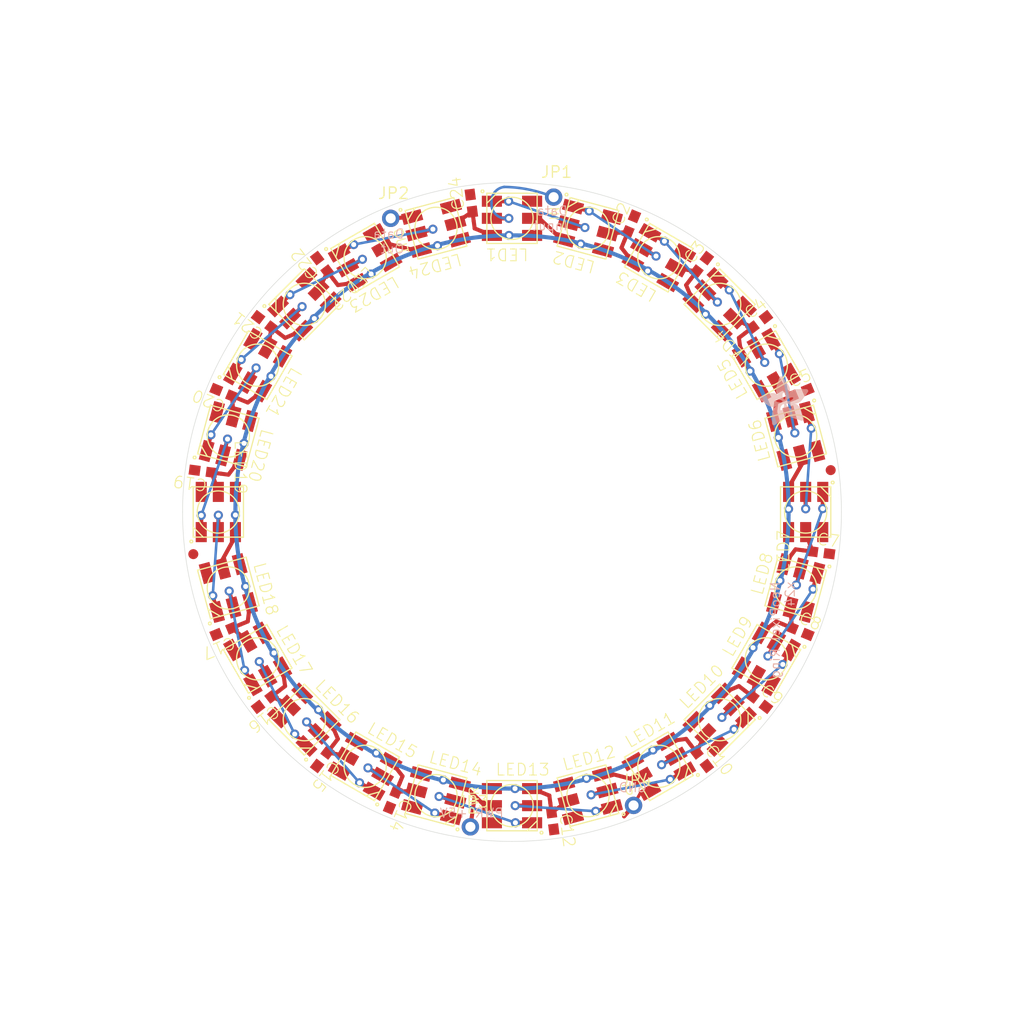
<source format=kicad_pcb>
(kicad_pcb (version 20240108) (generator "pcbnew") (generator_version "8.0")
  (layers (0 "F.Cu" signal) (31 "B.Cu" signal) (34 "B.Paste" user) (35 "F.Paste" user) (36 "B.SilkS" user "B.Silkscreen") (37 "F.SilkS" user "F.Silkscreen") (38 "B.Mask" user) (39 "F.Mask" user) (44 "Edge.Cuts" user))
  (net 0 "")
  (net 1 "N$1")
  (net 2 "N$2")
  (net 3 "N$3")
  (net 4 "N$4")
  (net 5 "N$5")
  (net 6 "N$6")
  (net 7 "N$7")
  (net 8 "N$8")
  (net 9 "N$9")
  (net 10 "N$10")
  (net 11 "N$11")
  (net 12 "GND")
  (net 13 "VDD")
  (net 14 "N$12")
  (net 15 "N$13")
  (net 16 "N$14")
  (net 17 "N$15")
  (net 18 "N$16")
  (net 19 "N$17")
  (net 20 "N$18")
  (net 21 "N$19")
  (net 22 "N$20")
  (net 23 "N$21")
  (net 24 "N$22")
  (net 25 "N$23")
  (net 26 "N$24")
  (net 27 "N$26")
  (footprint "Adafruit NeoPixel Ring 24:C0603" (layer "F.Cu") (at 119.871997 93.145104 157.5)
    (property "Reference" "C20")
    (property "Value" "")
  )
  (footprint "Adafruit NeoPixel Ring 24:WS28115050" (layer "F.Cu") (at 119.2911 105.0036 -90)
    (property "Reference" "LED19")
    (property "Value" "WS28115050")
  )
  (footprint "Adafruit NeoPixel Ring 24:C0603" (layer "F.Cu") (at 144.456404 74.280775 97.5)
    (property "Reference" "C24")
    (property "Value" "")
  )
  (footprint "Adafruit NeoPixel Ring 24:WS28115050" (layer "F.Cu") (at 120.286525 97.443544 -105)
    (property "Reference" "LED20")
    (property "Value" "WS28115050")
  )
  (footprint "Adafruit NeoPixel Ring 24:WS28115050" (layer "F.Cu") (at 127.846582 84.349082 -135)
    (property "Reference" "LED22")
    (property "Value" "WS28115050")
  )
  (footprint "Adafruit NeoPixel Ring 24:C0603" (layer "F.Cu") (at 152.545796 135.726425 -82.5)
    (property "Reference" "C12")
    (property "Value" "")
  )
  (footprint "Adafruit NeoPixel Ring 24:WS28115050" (layer "F.Cu") (at 177.7111 105.0036 90)
    (property "Reference" "LED7")
    (property "Value" "WS28115050")
  )
  (footprint "Adafruit NeoPixel Ring 24:C0603" (layer "F.Cu") (at 167.365425 129.588006 -52.5)
    (property "Reference" "C10")
    (property "Value" "")
  )
  (footprint "Adafruit NeoPixel Ring 24:WS28115050" (layer "F.Cu") (at 176.715675 112.563656 75)
    (property "Reference" "LED8")
    (property "Value" "WS28115050")
  )
  (footprint "Adafruit NeoPixel Ring 24:C0603" (layer "F.Cu") (at 119.871997 116.862096 -157.5)
    (property "Reference" "C17")
    (property "Value" "")
  )
  (footprint "Adafruit NeoPixel Ring 24:C0603" (layer "F.Cu") (at 123.916694 123.867925 -142.5)
    (property "Reference" "C16")
    (property "Value" "")
  )
  (footprint "Adafruit NeoPixel Ring 24:C0603" (layer "F.Cu") (at 160.359596 76.374497 67.5)
    (property "Reference" "C2")
    (property "Value" "")
  )
  (footprint "Adafruit NeoPixel Ring 24:WS28115050" (layer "F.Cu") (at 148.5011 134.2136)
    (property "Reference" "LED13")
    (property "Value" "WS28115050")
  )
  (footprint "Adafruit NeoPixel Ring 24:WS28115050" (layer "F.Cu") (at 133.8961 79.706979 -150)
    (property "Reference" "LED23")
    (property "Value" "WS28115050")
  )
  (footprint "Adafruit NeoPixel Ring 24:1X01-CLEANBIG" (layer "F.Cu") (at 152.6413 73.6854)
    (property "Reference" "JP1")
    (property "Value" "")
  )
  (footprint "Adafruit NeoPixel Ring 24:WS28115050" (layer "F.Cu") (at 140.941044 76.789025 -165)
    (property "Reference" "LED24")
    (property "Value" "WS28115050")
  )
  (footprint "Adafruit NeoPixel Ring 24:FIDUCIAL_1MM" (layer "F.Cu") (at 180.2003 100.838)
    (property "Reference" "FID2" (hide yes))
    (property "Value" "FIDUCIAL\"\"" (hide yes))
  )
  (footprint "Adafruit NeoPixel Ring 24:WS28115050" (layer "F.Cu") (at 120.286525 112.563656 -75)
    (property "Reference" "LED18")
    (property "Value" "WS28115050")
  )
  (footprint "Adafruit NeoPixel Ring 24:WS28115050" (layer "F.Cu") (at 123.204479 119.6086 -60)
    (property "Reference" "LED17")
    (property "Value" "WS28115050")
  )
  (footprint "Adafruit NeoPixel Ring 24:WS28115050" (layer "F.Cu") (at 169.155618 125.658118 45)
    (property "Reference" "LED10")
    (property "Value" "WS28115050")
  )
  (footprint "Adafruit NeoPixel Ring 24:WS28115050" (layer "F.Cu") (at 156.061156 76.789025 165)
    (property "Reference" "LED2")
    (property "Value" "WS28115050")
  )
  (footprint "Adafruit NeoPixel Ring 24:C0603" (layer "F.Cu") (at 177.130203 116.862096 -22.5)
    (property "Reference" "C8")
    (property "Value" "")
  )
  (footprint "Adafruit NeoPixel Ring 24:WS28115050" (layer "F.Cu") (at 133.8961 130.300221 -30)
    (property "Reference" "LED15")
    (property "Value" "WS28115050")
  )
  (footprint "Adafruit NeoPixel Ring 24:C0603" (layer "F.Cu") (at 179.223925 109.048296 -7.5)
    (property "Reference" "C7")
    (property "Value" "")
  )
  (footprint "Adafruit NeoPixel Ring 24:C0603" (layer "F.Cu") (at 129.636775 129.588006 -127.5)
    (property "Reference" "C15")
    (property "Value" "")
  )
  (footprint "Adafruit NeoPixel Ring 24:C0603" (layer "F.Cu") (at 173.085506 123.867925 -37.5)
    (property "Reference" "C9")
    (property "Value" "")
  )
  (footprint "Adafruit NeoPixel Ring 24:C0603" (layer "F.Cu") (at 129.636775 80.419194 127.5)
    (property "Reference" "C22")
    (property "Value" "")
  )
  (footprint "Adafruit NeoPixel Ring 24:WS28115050" (layer "F.Cu") (at 156.061156 133.218175 15)
    (property "Reference" "LED12")
    (property "Value" "WS28115050")
  )
  (footprint "Adafruit NeoPixel Ring 24:1X01-CLEANBIG" (layer "F.Cu") (at 160.5915 134.1882)
    (property "Reference" "JP4")
    (property "Value" "")
  )
  (footprint "Adafruit NeoPixel Ring 24:C0603" (layer "F.Cu") (at 117.778275 100.958904 172.5)
    (property "Reference" "C19")
    (property "Value" "")
  )
  (footprint "Adafruit NeoPixel Ring 24:WS28115050" (layer "F.Cu") (at 140.941044 133.218175 -15)
    (property "Reference" "LED14")
    (property "Value" "WS28115050")
  )
  (footprint "Adafruit NeoPixel Ring 24:WS28115050" (layer "F.Cu") (at 123.204479 90.3986 -120)
    (property "Reference" "LED21")
    (property "Value" "WS28115050")
  )
  (footprint "Adafruit NeoPixel Ring 24:C0603" (layer "F.Cu") (at 177.130203 93.145104 22.5)
    (property "Reference" "C5")
    (property "Value" "")
  )
  (footprint "Adafruit NeoPixel Ring 24:WS28115050" (layer "F.Cu") (at 176.715675 97.443544 105)
    (property "Reference" "LED6")
    (property "Value" "WS28115050")
  )
  (footprint "Adafruit NeoPixel Ring 24:1X01-CLEANBIG" (layer "F.Cu") (at 144.3609 136.3218)
    (property "Reference" "JP3")
    (property "Value" "")
  )
  (footprint "Adafruit NeoPixel Ring 24:C0603" (layer "F.Cu") (at 136.642604 133.632703 -112.5)
    (property "Reference" "C14")
    (property "Value" "")
  )
  (footprint "Adafruit NeoPixel Ring 24:1X01-CLEANBIG" (layer "F.Cu") (at 136.4361 75.7936)
    (property "Reference" "JP2")
    (property "Value" "")
  )
  (footprint "Adafruit NeoPixel Ring 24:C0603" (layer "F.Cu") (at 173.085506 86.139275 37.5)
    (property "Reference" "C4")
    (property "Value" "")
  )
  (footprint "Adafruit NeoPixel Ring 24:FIDUCIAL_1MM" (layer "F.Cu") (at 116.8019 109.1946)
    (property "Reference" "FID1" (hide yes))
    (property "Value" "FIDUCIAL\"\"" (hide yes))
  )
  (footprint "Adafruit NeoPixel Ring 24:C0603" (layer "F.Cu") (at 123.916694 86.139275 142.5)
    (property "Reference" "C21")
    (property "Value" "")
  )
  (footprint "Adafruit NeoPixel Ring 24:WS28115050" (layer "F.Cu") (at 127.846582 125.658118 -45)
    (property "Reference" "LED16")
    (property "Value" "WS28115050")
  )
  (footprint "Adafruit NeoPixel Ring 24:WS28115050" (layer "F.Cu") (at 173.797721 119.6086 60)
    (property "Reference" "LED9")
    (property "Value" "WS28115050")
  )
  (footprint "Adafruit NeoPixel Ring 24:WS28115050" (layer "F.Cu") (at 163.1061 130.300221 30)
    (property "Reference" "LED11")
    (property "Value" "WS28115050")
  )
  (footprint "Adafruit NeoPixel Ring 24:WS28115050" (layer "F.Cu") (at 148.5011 75.7936 180)
    (property "Reference" "LED1")
    (property "Value" "WS28115050")
  )
  (footprint "Adafruit NeoPixel Ring 24:C0603" (layer "F.Cu") (at 167.365425 80.419194 52.5)
    (property "Reference" "C3")
    (property "Value" "")
  )
  (footprint "Adafruit NeoPixel Ring 24:WS28115050" (layer "F.Cu") (at 169.155618 84.349082 135)
    (property "Reference" "LED4")
    (property "Value" "WS28115050")
  )
  (footprint "Adafruit NeoPixel Ring 24:WS28115050" (layer "F.Cu") (at 173.797721 90.3986 120)
    (property "Reference" "LED5")
    (property "Value" "WS28115050")
  )
  (footprint "Adafruit NeoPixel Ring 24:WS28115050" (layer "F.Cu") (at 163.1061 79.706979 150)
    (property "Reference" "LED3")
    (property "Value" "WS28115050")
  )
  (footprint "Adafruit NeoPixel Ring 24:ADAFRUIT_5MM" (layer "B.Cu") (at 177.9651 96.3676 180)
    (property "Reference" "U$1" (hide yes))
    (property "Value" "" (hide yes))
  )
  (gr_arc (start 115.7351 105.0036) (mid 125.332039 81.834539) (end 148.5011 72.2376) (stroke (width 0.05)) (layer "Edge.Cuts"))
  (gr_arc (start 148.5011 137.7696) (mid 125.332039 128.172661) (end 115.7351 105.0036) (stroke (width 0.05)) (layer "Edge.Cuts"))
  (gr_arc (start 148.5011 72.2376) (mid 171.670161 81.834539) (end 181.2671 105.0036) (stroke (width 0.05)) (layer "Edge.Cuts"))
  (gr_circle (center 148.5011 105.0036) (end 174.6631 105.0036) (stroke (width 0.000253)) (fill none) (layer "Edge.Cuts"))
  (gr_arc (start 181.2671 105.0036) (mid 171.670161 128.172661) (end 148.5011 137.7696) (stroke (width 0.05)) (layer "Edge.Cuts"))
  (gr_text "Data\nOut" (at 137.8331 79.3496 0) (layer "B.SilkS") (effects (font (size 0.9144 0.9144) (thickness 0.1016)) (justify left bottom mirror)))
  (gr_text "PWR +5V" (at 147.7391 135.4836 0) (layer "B.SilkS") (effects (font (size 0.9144 0.9144) (thickness 0.1016)) (justify left bottom mirror)))
  (gr_text "Data\nInput" (at 154.0891 77.0636 0) (layer "B.SilkS") (effects (font (size 0.9144 0.9144) (thickness 0.1016)) (justify left bottom mirror)))
  (gr_text "NeoPixel Ring\nx24" (at 176.6951 111.8616 90) (layer "B.SilkS") (effects (font (size 0.9144 0.9144) (thickness 0.1016)) (justify left bottom mirror)))
  (gr_text "GND" (at 161.9631 132.9436 0) (layer "B.SilkS") (effects (font (size 0.9144 0.9144) (thickness 0.1016)) (justify left bottom mirror)))
  (gr_text "G" (at 159.6263 133.1976 0) (layer "F.SilkS") (effects (font (size 0.9144 0.9144) (thickness 0.1016)) (justify left bottom)))
  (gr_text "IN" (at 153.280364 76.064292 90) (layer "F.SilkS") (effects (font (size 0.9144 0.9144) (thickness 0.1016)) (justify left bottom)))
  (gr_text "OUT" (at 136.5631 76.8858 285) (layer "F.SilkS") (effects (font (size 0.9144 0.9144) (thickness 0.1016)) (justify left bottom)))
  (gr_text "PWR" (at 145.2753 135.2296 90) (layer "F.SilkS") (effects (font (size 0.9144 0.9144) (thickness 0.1016)) (justify left bottom)))
  (segment (start 146.5011 74.0936) (end 148.164041 74.095357) (width 0.4064) (layer "F.Cu") (net 1))
  (segment (start 154.129303 76.271388) (end 155.753053 76.708) (width 0.4064) (layer "F.Cu") (net 1))
  (via (at 148.164041 74.095357) (size 0.9064) (drill 0.5) (layers "F.Cu" "B.Cu") (net 1))
  (via (at 155.753053 76.708) (size 0.9064) (drill 0.5) (layers "F.Cu" "B.Cu") (net 1))
  (segment (start 148.164041 74.095357) (end 155.753053 76.708) (width 0.254) (layer "B.Cu") (net 1))
  (segment (start 161.374046 78.706979) (end 162.82924 79.549244) (width 0.4064) (layer "F.Cu") (net 2))
  (segment (start 154.569296 74.629316) (end 156.174946 75.061319) (width 0.4064) (layer "F.Cu") (net 2))
  (via (at 162.82924 79.549244) (size 0.9064) (drill 0.5) (layers "F.Cu" "B.Cu") (net 2))
  (via (at 156.174946 75.061319) (size 0.9064) (drill 0.5) (layers "F.Cu" "B.Cu") (net 2))
  (segment (start 156.174946 75.061319) (end 162.82924 79.549244) (width 0.254) (layer "B.Cu") (net 2))
  (segment (start 162.224046 77.234738) (end 163.663121 78.067663) (width 0.4064) (layer "F.Cu") (net 3))
  (segment (start 167.741403 82.934869) (end 168.92905 84.125054) (width 0.4064) (layer "F.Cu") (net 3))
  (via (at 163.663121 78.067663) (size 0.9064) (drill 0.5) (layers "F.Cu" "B.Cu") (net 3))
  (via (at 168.92905 84.125054) (size 0.9064) (drill 0.5) (layers "F.Cu" "B.Cu") (net 3))
  (segment (start 163.663121 78.067663) (end 168.92905 84.125054) (width 0.254) (layer "B.Cu") (net 3))
  (segment (start 172.797721 88.66655) (end 173.63694 90.123519) (width 0.4064) (layer "F.Cu") (net 4))
  (segment (start 168.943484 81.732788) (end 170.118025 82.909919) (width 0.4064) (layer "F.Cu") (net 4))
  (via (at 173.63694 90.123519) (size 0.9064) (drill 0.5) (layers "F.Cu" "B.Cu") (net 4))
  (via (at 170.118025 82.909919) (size 0.9064) (drill 0.5) (layers "F.Cu" "B.Cu") (net 4))
  (segment (start 170.118025 82.909919) (end 173.63694 90.123519) (width 0.254) (layer "B.Cu") (net 4))
  (segment (start 174.269962 87.81655) (end 175.099725 89.257632) (width 0.4064) (layer "F.Cu") (net 5))
  (segment (start 176.198034 95.511694) (end 176.6316 97.136204) (width 0.4064) (layer "F.Cu") (net 5))
  (via (at 176.6316 97.136204) (size 0.9064) (drill 0.5) (layers "F.Cu" "B.Cu") (net 5))
  (via (at 175.099725 89.257632) (size 0.9064) (drill 0.5) (layers "F.Cu" "B.Cu") (net 5))
  (segment (start 175.099725 89.257632) (end 176.6316 97.136204) (width 0.254) (layer "B.Cu") (net 5))
  (segment (start 177.7111 103.0036) (end 177.709321 104.685085) (width 0.4064) (layer "F.Cu") (net 6))
  (segment (start 177.840109 95.0717) (end 178.268884 96.678241) (width 0.4064) (layer "F.Cu") (net 6))
  (via (at 178.268884 96.678241) (size 0.9064) (drill 0.5) (layers "F.Cu" "B.Cu") (net 6))
  (via (at 177.709321 104.685085) (size 0.9064) (drill 0.5) (layers "F.Cu" "B.Cu") (net 6))
  (segment (start 178.268884 96.678241) (end 177.709321 104.685085) (width 0.254) (layer "B.Cu") (net 6))
  (segment (start 177.233312 110.631803) (end 176.7967 112.255553) (width 0.4064) (layer "F.Cu") (net 7))
  (segment (start 179.4111 103.0036) (end 179.409343 104.666541) (width 0.4064) (layer "F.Cu") (net 7))
  (via (at 179.409343 104.666541) (size 0.9064) (drill 0.5) (layers "F.Cu" "B.Cu") (net 7))
  (via (at 176.7967 112.255553) (size 0.9064) (drill 0.5) (layers "F.Cu" "B.Cu") (net 7))
  (segment (start 179.409343 104.666541) (end 176.7967 112.255553) (width 0.254) (layer "B.Cu") (net 7))
  (segment (start 178.875384 111.071796) (end 178.443381 112.677446) (width 0.4064) (layer "F.Cu") (net 8))
  (segment (start 174.797721 117.876546) (end 173.955456 119.33174) (width 0.4064) (layer "F.Cu") (net 8))
  (via (at 178.443381 112.677446) (size 0.9064) (drill 0.5) (layers "F.Cu" "B.Cu") (net 8))
  (via (at 173.955456 119.33174) (size 0.9064) (drill 0.5) (layers "F.Cu" "B.Cu") (net 8))
  (segment (start 178.443381 112.677446) (end 173.955456 119.33174) (width 0.254) (layer "B.Cu") (net 8))
  (segment (start 170.569831 124.243903) (end 169.379646 125.43155) (width 0.4064) (layer "F.Cu") (net 9))
  (segment (start 176.269962 118.726546) (end 175.437037 120.165621) (width 0.4064) (layer "F.Cu") (net 9))
  (via (at 175.437037 120.165621) (size 0.9064) (drill 0.5) (layers "F.Cu" "B.Cu") (net 9))
  (via (at 169.379646 125.43155) (size 0.9064) (drill 0.5) (layers "F.Cu" "B.Cu") (net 9))
  (segment (start 175.437037 120.165621) (end 169.379646 125.43155) (width 0.254) (layer "B.Cu") (net 9))
  (segment (start 171.771912 125.445984) (end 170.594781 126.620525) (width 0.4064) (layer "F.Cu") (net 10))
  (segment (start 164.83815 129.300221) (end 163.381181 130.13944) (width 0.4064) (layer "F.Cu") (net 10))
  (via (at 163.381181 130.13944) (size 0.9064) (drill 0.5) (layers "F.Cu" "B.Cu") (net 10))
  (via (at 170.594781 126.620525) (size 0.9064) (drill 0.5) (layers "F.Cu" "B.Cu") (net 10))
  (segment (start 170.594781 126.620525) (end 163.381181 130.13944) (width 0.254) (layer "B.Cu") (net 10))
  (segment (start 157.993006 132.700534) (end 156.368496 133.1341) (width 0.4064) (layer "F.Cu") (net 11))
  (segment (start 165.68815 130.772462) (end 164.247068 131.602225) (width 0.4064) (layer "F.Cu") (net 11))
  (via (at 156.368496 133.1341) (size 0.9064) (drill 0.5) (layers "F.Cu" "B.Cu") (net 11))
  (via (at 164.247068 131.602225) (size 0.9064) (drill 0.5) (layers "F.Cu" "B.Cu") (net 11))
  (segment (start 164.247068 131.602225) (end 156.368496 133.1341) (width 0.254) (layer "B.Cu") (net 11))
  (segment (start 159.6517 135.2804) (end 160.5915 134.1882) (width 0.4064) (layer "F.Cu") (net 12))
  (segment (start 160.5915 134.1882) (end 161.3281 132.842) (width 0.3048) (layer "F.Cu") (net 12))
  (segment (start 151.3205 75.8952) (end 153.0223 77.4954) (width 0.4064) (layer "F.Cu") (net 13))
  (segment (start 171.675043 122.785631) (end 172.411153 123.350475) (width 0.4064) (layer "F.Cu") (net 13))
  (segment (start 159.387793 78.72095) (end 159.679387 78.017116) (width 0.4064) (layer "F.Cu") (net 13))
  (segment (start 125.931675 122.321575) (end 125.327157 122.785631) (width 0.4064) (layer "F.Cu") (net 13))
  (segment (start 167.741403 127.072331) (end 166.847975 128.913653) (width 0.4064) (layer "F.Cu") (net 13))
  (segment (start 171.675043 87.221569) (end 172.411153 86.656725) (width 0.4064) (layer "F.Cu") (net 13))
  (segment (start 177.461162 108.816393) (end 178.381193 108.937346) (width 0.4064) (layer "F.Cu") (net 13))
  (segment (start 124.591047 123.350475) (end 125.327157 122.785631) (width 0.4064) (layer "F.Cu") (net 13))
  (segment (start 174.797721 92.130654) (end 176.344903 93.470385) (width 0.4064) (layer "F.Cu") (net 13))
  (segment (start 152.214325 133.208268) (end 152.313893 133.963662) (width 0.4064) (layer "F.Cu") (net 13))
  (segment (start 131.183125 127.573025) (end 130.462879 125.87025) (width 0.4064) (layer "F.Cu") (net 13))
  (segment (start 145.8087 134.239) (end 143.8783 132.334) (width 0.4064) (layer "F.Cu") (net 13))
  (segment (start 164.83815 80.706979) (end 166.847975 81.093547) (width 0.4064) (layer "F.Cu") (net 13))
  (segment (start 138.7729 78.9686) (end 139.449188 78.948738) (width 0.4064) (layer "F.Cu") (net 13))
  (segment (start 120.9911 107.0036) (end 120.992647 105.303575) (width 0.4064) (layer "F.Cu") (net 13))
  (segment (start 177.7111 107.0036) (end 178.381193 108.937346) (width 0.4064) (layer "F.Cu") (net 13))
  (segment (start 123.676722 92.980654) (end 124.528072 91.509341) (width 0.4064) (layer "F.Cu") (net 13))
  (segment (start 153.0223 77.4954) (end 153.689309 77.913463) (width 0.4064) (layer "F.Cu") (net 13))
  (segment (start 150.5011 75.7936) (end 151.3205 75.8952) (width 0.4064) (layer "F.Cu") (net 13))
  (segment (start 122.446238 114.055512) (end 122.007632 112.413034) (width 0.4064) (layer "F.Cu") (net 13))
  (segment (start 139.449188 78.948738) (end 141.091666 78.510132) (width 0.4064) (layer "F.Cu") (net 13))
  (segment (start 165.819075 127.573025) (end 166.283131 128.177543) (width 0.4064) (layer "F.Cu") (net 13))
  (segment (start 137.614407 131.28625) (end 137.322813 131.990084) (width 0.4064) (layer "F.Cu") (net 13))
  (segment (start 171.070525 87.685625) (end 171.325478 89.51655) (width 0.4064) (layer "F.Cu") (net 13))
  (segment (start 160.7947 131.6736) (end 158.2547 131.0132) (width 0.4064) (layer "F.Cu") (net 13))
  (segment (start 173.325478 117.026546) (end 172.474128 118.497859) (width 0.4064) (layer "F.Cu") (net 13))
  (segment (start 136.4107 78.3844) (end 138.7729 78.9686) (width 0.4064) (layer "F.Cu") (net 13))
  (segment (start 120.657297 93.470385) (end 121.514616 93.825313) (width 0.4064) (layer "F.Cu") (net 13))
  (segment (start 144.688307 76.043538) (end 144.567354 75.123507) (width 0.4064) (layer "F.Cu") (net 13))
  (segment (start 152.313893 133.963662) (end 152.434846 134.883693) (width 0.4064) (layer "F.Cu") (net 13))
  (segment (start 148.801075 132.512053) (end 150.5011 132.5136) (width 0.4064) (layer "F.Cu") (net 13))
  (segment (start 122.21845 94.116907) (end 121.514616 93.825313) (width 0.4064) (layer "F.Cu") (net 13))
  (segment (start 129.260797 82.934869) (end 130.154225 81.093547) (width 0.4064) (layer "F.Cu") (net 13))
  (segment (start 176.2379 102.1588) (end 177.4063 100.1268) (width 0.4064) (layer "F.Cu") (net 13))
  (segment (start 170.569831 85.763297) (end 172.411153 86.656725) (width 0.4064) (layer "F.Cu") (net 13))
  (segment (start 144.3609 136.3218) (end 144.7927 133.2992) (width 0.4064) (layer "F.Cu") (net 13))
  (segment (start 154.129303 133.735812) (end 152.434846 134.883693) (width 0.4064) (layer "F.Cu") (net 13))
  (segment (start 176.198034 114.495506) (end 176.344903 116.536815) (width 0.4064) (layer "F.Cu") (net 13))
  (segment (start 120.296432 101.290375) (end 119.541038 101.190807) (width 0.4064) (layer "F.Cu") (net 13))
  (segment (start 119.6721 109.8042) (end 120.7643 107.823) (width 0.4064) (layer "F.Cu") (net 13))
  (segment (start 133.01405 82.179222) (end 134.48716 81.3308) (width 0.4064) (layer "F.Cu") (net 13))
  (segment (start 132.16405 129.300221) (end 130.154225 128.913653) (width 0.4064) (layer "F.Cu") (net 13))
  (segment (start 125.327157 87.221569) (end 124.591047 86.656725) (width 0.4064) (layer "F.Cu") (net 13))
  (segment (start 159.387793 78.72095) (end 160.524046 80.179222) (width 0.4064) (layer "F.Cu") (net 13))
  (segment (start 174.555962 95.951688) (end 174.994568 97.594166) (width 0.4064) (layer "F.Cu") (net 13))
  (segment (start 120.296432 101.290375) (end 121.410963 99.815391) (width 0.4064) (layer "F.Cu") (net 13))
  (segment (start 120.7643 107.823) (end 120.9911 107.0036) (width 0.4064) (layer "F.Cu") (net 13))
  (segment (start 126.432369 124.243903) (end 124.591047 123.350475) (width 0.4064) (layer "F.Cu") (net 13))
  (segment (start 172.797721 121.34065) (end 172.411153 123.350475) (width 0.4064) (layer "F.Cu") (net 13))
  (segment (start 131.183125 82.434175) (end 133.01405 82.179222) (width 0.4064) (layer "F.Cu") (net 13))
  (segment (start 174.78375 94.116907) (end 174.555962 95.951688) (width 0.4064) (layer "F.Cu") (net 13))
  (segment (start 174.78375 115.890293) (end 175.487584 116.181887) (width 0.4064) (layer "F.Cu") (net 13))
  (segment (start 119.768888 110.631803) (end 119.6721 109.8042) (width 0.4064) (layer "F.Cu") (net 13))
  (segment (start 169.36775 123.041821) (end 168.164762 124.242831) (width 0.4064) (layer "F.Cu") (net 13))
  (segment (start 142.872897 76.271388) (end 144.567354 75.123507) (width 0.4064) (layer "F.Cu") (net 13))
  (segment (start 136.478154 129.827978) (end 135.006841 128.976628) (width 0.4064) (layer "F.Cu") (net 13))
  (segment (start 130.462879 125.87025) (end 129.261869 124.667262) (width 0.4064) (layer "F.Cu") (net 13))
  (segment (start 118.621007 101.069854) (end 119.541038 101.190807) (width 0.4064) (layer "F.Cu") (net 13))
  (segment (start 165.819075 127.573025) (end 163.98815 127.827978) (width 0.4064) (layer "F.Cu") (net 13))
  (segment (start 176.705768 108.716825) (end 175.591237 110.191809) (width 0.4064) (layer "F.Cu") (net 13))
  (segment (start 125.931675 122.321575) (end 125.676722 120.49065) (width 0.4064) (layer "F.Cu") (net 13))
  (segment (start 130.154225 81.093547) (end 130.719069 81.829657) (width 0.4064) (layer "F.Cu") (net 13))
  (segment (start 160.524046 80.179222) (end 161.995359 81.030572) (width 0.4064) (layer "F.Cu") (net 13))
  (segment (start 122.21845 94.116907) (end 123.676722 92.980654) (width 0.4064) (layer "F.Cu") (net 13))
  (segment (start 137.614407 131.28625) (end 136.478154 129.827978) (width 0.4064) (layer "F.Cu") (net 13))
  (segment (start 157.553012 131.058462) (end 155.910534 131.497068) (width 0.4064) (layer "F.Cu") (net 13))
  (segment (start 175.591237 110.191809) (end 175.149762 111.833406) (width 0.4064) (layer "F.Cu") (net 13))
  (segment (start 159.679387 78.017116) (end 160.034315 77.159797) (width 0.4064) (layer "F.Cu") (net 13))
  (segment (start 119.2911 103.0036) (end 118.621007 101.069854) (width 0.4064) (layer "F.Cu") (net 13))
  (segment (start 163.98815 127.827978) (end 162.51504 128.6764) (width 0.4064) (layer "F.Cu") (net 13))
  (segment (start 171.070525 122.321575) (end 171.675043 122.785631) (width 0.4064) (layer "F.Cu") (net 13))
  (segment (start 143.8783 132.334) (end 143.312891 132.093737) (width 0.4064) (layer "F.Cu") (net 13))
  (segment (start 153.689309 77.913463) (end 155.330906 78.354938) (width 0.4064) (layer "F.Cu") (net 13))
  (segment (start 143.312891 132.093737) (end 141.671294 131.652262) (width 0.4064) (layer "F.Cu") (net 13))
  (segment (start 171.070525 87.685625) (end 171.675043 87.221569) (width 0.4064) (layer "F.Cu") (net 13))
  (segment (start 176.0111 103.0036) (end 176.009553 104.703625) (width 0.4064) (layer "F.Cu") (net 13))
  (segment (start 130.154225 128.913653) (end 130.719069 128.177543) (width 0.4064) (layer "F.Cu") (net 13))
  (segment (start 131.183125 82.434175) (end 130.719069 81.829657) (width 0.4064) (layer "F.Cu") (net 13))
  (segment (start 121.514616 116.181887) (end 120.657297 116.536815) (width 0.4064) (layer "F.Cu") (net 13))
  (segment (start 171.070525 122.321575) (end 169.36775 123.041821) (width 0.4064) (layer "F.Cu") (net 13))
  (segment (start 125.931675 87.685625) (end 127.63445 86.965379) (width 0.4064) (layer "F.Cu") (net 13))
  (segment (start 122.21845 115.890293) (end 121.514616 116.181887) (width 0.4064) (layer "F.Cu") (net 13))
  (segment (start 174.78375 94.116907) (end 175.487584 93.825313) (width 0.4064) (layer "F.Cu") (net 13))
  (segment (start 166.283131 128.177543) (end 166.847975 128.913653) (width 0.4064) (layer "F.Cu") (net 13))
  (segment (start 166.283131 81.829657) (end 166.847975 81.093547) (width 0.4064) (layer "F.Cu") (net 13))
  (segment (start 152.214325 133.208268) (end 150.5011 132.5136) (width 0.4064) (layer "F.Cu") (net 13))
  (segment (start 166.539321 84.13695) (end 167.740331 85.339938) (width 0.4064) (layer "F.Cu") (net 13))
  (segment (start 122.21845 115.890293) (end 122.446238 114.055512) (width 0.4064) (layer "F.Cu") (net 13))
  (segment (start 175.487584 116.181887) (end 176.344903 116.536815) (width 0.4064) (layer "F.Cu") (net 13))
  (segment (start 139.009194 132.700534) (end 136.967885 132.847403) (width 0.4064) (layer "F.Cu") (net 13))
  (segment (start 125.676722 120.49065) (end 124.8283 119.01754) (width 0.4064) (layer "F.Cu") (net 13))
  (segment (start 125.931675 87.685625) (end 125.327157 87.221569) (width 0.4064) (layer "F.Cu") (net 13))
  (segment (start 121.410963 99.815391) (end 121.852438 98.173794) (width 0.4064) (layer "F.Cu") (net 13))
  (segment (start 171.325478 89.51655) (end 172.1739 90.98966) (width 0.4064) (layer "F.Cu") (net 13))
  (segment (start 158.2547 131.0132) (end 157.553012 131.058462) (width 0.4064) (layer "F.Cu") (net 13))
  (segment (start 176.0111 103.0036) (end 176.2379 102.1588) (width 0.4064) (layer "F.Cu") (net 13))
  (segment (start 157.993006 77.306666) (end 160.034315 77.159797) (width 0.4064) (layer "F.Cu") (net 13))
  (segment (start 175.487584 93.825313) (end 176.344903 93.470385) (width 0.4064) (layer "F.Cu") (net 13))
  (segment (start 165.819075 82.434175) (end 166.283131 81.829657) (width 0.4064) (layer "F.Cu") (net 13))
  (segment (start 120.804166 95.511694) (end 120.657297 93.470385) (width 0.4064) (layer "F.Cu") (net 13))
  (segment (start 146.5011 134.2136) (end 145.8087 134.239) (width 0.4064) (layer "F.Cu") (net 13))
  (segment (start 144.787875 76.798932) (end 146.5011 77.4936) (width 0.4064) (layer "F.Cu") (net 13))
  (segment (start 131.183125 127.573025) (end 130.719069 128.177543) (width 0.4064) (layer "F.Cu") (net 13))
  (segment (start 165.819075 82.434175) (end 166.539321 84.13695) (width 0.4064) (layer "F.Cu") (net 13))
  (segment (start 144.787875 76.798932) (end 144.688307 76.043538) (width 0.4064) (layer "F.Cu") (net 13))
  (segment (start 174.78375 115.890293) (end 173.325478 117.026546) (width 0.4064) (layer "F.Cu") (net 13))
  (segment (start 122.204479 117.876546) (end 120.657297 116.536815) (width 0.4064) (layer "F.Cu") (net 13))
  (segment (start 176.705768 108.716825) (end 177.461162 108.816393) (width 0.4064) (layer "F.Cu") (net 13))
  (segment (start 146.5011 77.4936) (end 148.201125 77.495147) (width 0.4064) (layer "F.Cu") (net 13))
  (segment (start 177.4063 100.1268) (end 177.233312 99.375397) (width 0.4064) (layer "F.Cu") (net 13))
  (segment (start 135.628154 78.706979) (end 136.4107 78.3844) (width 0.4064) (layer "F.Cu") (net 13))
  (segment (start 161.374046 131.300221) (end 160.7947 131.6736) (width 0.4064) (layer "F.Cu") (net 13))
  (segment (start 124.204479 88.66655) (end 124.591047 86.656725) (width 0.4064) (layer "F.Cu") (net 13))
  (segment (start 137.322813 131.990084) (end 136.967885 132.847403) (width 0.4064) (layer "F.Cu") (net 13))
  (segment (start 127.63445 86.965379) (end 128.837438 85.764369) (width 0.4064) (layer "F.Cu") (net 13))
  (via (at 175.149762 111.833406) (size 0.9064) (drill 0.5) (layers "F.Cu" "B.Cu") (net 13))
  (via (at 168.164762 124.242831) (size 0.9064) (drill 0.5) (layers "F.Cu" "B.Cu") (net 13))
  (via (at 155.330906 78.354938) (size 0.9064) (drill 0.5) (layers "F.Cu" "B.Cu") (net 13))
  (via (at 172.1739 90.98966) (size 0.9064) (drill 0.5) (layers "F.Cu" "B.Cu") (net 13))
  (via (at 120.992647 105.303575) (size 0.9064) (drill 0.5) (layers "F.Cu" "B.Cu") (net 13))
  (via (at 148.201125 77.495147) (size 0.9064) (drill 0.5) (layers "F.Cu" "B.Cu") (net 13))
  (via (at 141.091666 78.510132) (size 0.9064) (drill 0.5) (layers "F.Cu" "B.Cu") (net 13))
  (via (at 174.994568 97.594166) (size 0.9064) (drill 0.5) (layers "F.Cu" "B.Cu") (net 13))
  (via (at 121.852438 98.173794) (size 0.9064) (drill 0.5) (layers "F.Cu" "B.Cu") (net 13))
  (via (at 148.801075 132.512053) (size 0.9064) (drill 0.5) (layers "F.Cu" "B.Cu") (net 13))
  (via (at 124.528072 91.509341) (size 0.9064) (drill 0.5) (layers "F.Cu" "B.Cu") (net 13))
  (via (at 135.006841 128.976628) (size 0.9064) (drill 0.5) (layers "F.Cu" "B.Cu") (net 13))
  (via (at 129.261869 124.667262) (size 0.9064) (drill 0.5) (layers "F.Cu" "B.Cu") (net 13))
  (via (at 172.474128 118.497859) (size 0.9064) (drill 0.5) (layers "F.Cu" "B.Cu") (net 13))
  (via (at 155.910534 131.497068) (size 0.9064) (drill 0.5) (layers "F.Cu" "B.Cu") (net 13))
  (via (at 141.671294 131.652262) (size 0.9064) (drill 0.5) (layers "F.Cu" "B.Cu") (net 13))
  (via (at 161.995359 81.030572) (size 0.9064) (drill 0.5) (layers "F.Cu" "B.Cu") (net 13))
  (via (at 134.48716 81.3308) (size 0.9064) (drill 0.5) (layers "F.Cu" "B.Cu") (net 13))
  (via (at 167.740331 85.339938) (size 0.9064) (drill 0.5) (layers "F.Cu" "B.Cu") (net 13))
  (via (at 122.007632 112.413034) (size 0.9064) (drill 0.5) (layers "F.Cu" "B.Cu") (net 13))
  (via (at 124.8283 119.01754) (size 0.9064) (drill 0.5) (layers "F.Cu" "B.Cu") (net 13))
  (via (at 162.51504 128.6764) (size 0.9064) (drill 0.5) (layers "F.Cu" "B.Cu") (net 13))
  (via (at 128.837438 85.764369) (size 0.9064) (drill 0.5) (layers "F.Cu" "B.Cu") (net 13))
  (via (at 176.009553 104.703625) (size 0.9064) (drill 0.5) (layers "F.Cu" "B.Cu") (net 13))
  (segment (start 176.009553 105.303575) (end 176.009553 104.703625) (width 0.4064) (layer "B.Cu") (net 13))
  (segment (start 148.201125 132.512053) (end 148.801075 132.512053) (width 0.4064) (layer "B.Cu") (net 13))
  (segment (start 120.992647 104.703625) (end 120.992647 105.303575) (width 0.4064) (layer "B.Cu") (net 13))
  (arc (start 148.801075 132.512053) (mid 168.040374 124.542874) (end 176.009553 105.303575) (width 0.4064) (layer "B.Cu") (net 13))
  (arc (start 176.009553 104.703625) (mid 167.827431 85.251218) (end 148.201041 77.4957) (width 0.4064) (layer "B.Cu") (net 13))
  (arc (start 148.201125 77.495147) (mid 128.961826 85.464326) (end 120.992647 104.703625) (width 0.4064) (layer "B.Cu") (net 13))
  (arc (start 120.992647 105.303575) (mid 128.961826 124.542874) (end 148.201125 132.512053) (width 0.4064) (layer "B.Cu") (net 13))
  (segment (start 158.433 134.342609) (end 156.826459 134.771384) (width 0.4064) (layer "F.Cu") (net 14))
  (segment (start 150.5011 134.2136) (end 148.819615 134.211821) (width 0.4064) (layer "F.Cu") (net 14))
  (via (at 148.819615 134.211821) (size 0.9064) (drill 0.5) (layers "F.Cu" "B.Cu") (net 14))
  (via (at 156.826459 134.771384) (size 0.9064) (drill 0.5) (layers "F.Cu" "B.Cu") (net 14))
  (segment (start 156.826459 134.771384) (end 148.819615 134.211821) (width 0.254) (layer "B.Cu") (net 14))
  (segment (start 142.872897 133.735812) (end 141.249147 133.2992) (width 0.4064) (layer "F.Cu") (net 15))
  (segment (start 150.5011 135.9136) (end 148.838159 135.911843) (width 0.4064) (layer "F.Cu") (net 15))
  (via (at 141.249147 133.2992) (size 0.9064) (drill 0.5) (layers "F.Cu" "B.Cu") (net 15))
  (via (at 148.838159 135.911843) (size 0.9064) (drill 0.5) (layers "F.Cu" "B.Cu") (net 15))
  (segment (start 148.838159 135.911843) (end 141.249147 133.2992) (width 0.254) (layer "B.Cu") (net 15))
  (segment (start 142.432904 135.377884) (end 140.827254 134.945881) (width 0.4064) (layer "F.Cu") (net 16))
  (segment (start 135.628154 131.300221) (end 134.17296 130.457956) (width 0.4064) (layer "F.Cu") (net 16))
  (via (at 134.17296 130.457956) (size 0.9064) (drill 0.5) (layers "F.Cu" "B.Cu") (net 16))
  (via (at 140.827254 134.945881) (size 0.9064) (drill 0.5) (layers "F.Cu" "B.Cu") (net 16))
  (segment (start 140.827254 134.945881) (end 134.17296 130.457956) (width 0.254) (layer "B.Cu") (net 16))
  (segment (start 134.778154 132.772462) (end 133.339079 131.939537) (width 0.4064) (layer "F.Cu") (net 17))
  (segment (start 128.07315 125.882146) (end 129.260797 127.072331) (width 0.4064) (layer "F.Cu") (net 17))
  (via (at 133.339079 131.939537) (size 0.9064) (drill 0.5) (layers "F.Cu" "B.Cu") (net 17))
  (via (at 128.07315 125.882146) (size 0.9064) (drill 0.5) (layers "F.Cu" "B.Cu") (net 17))
  (segment (start 133.339079 131.939537) (end 128.07315 125.882146) (width 0.254) (layer "B.Cu") (net 17))
  (segment (start 128.058716 128.274412) (end 126.884175 127.097281) (width 0.4064) (layer "F.Cu") (net 18))
  (segment (start 124.204479 121.34065) (end 123.36526 119.883681) (width 0.4064) (layer "F.Cu") (net 18))
  (via (at 126.884175 127.097281) (size 0.9064) (drill 0.5) (layers "F.Cu" "B.Cu") (net 18))
  (via (at 123.36526 119.883681) (size 0.9064) (drill 0.5) (layers "F.Cu" "B.Cu") (net 18))
  (segment (start 126.884175 127.097281) (end 123.36526 119.883681) (width 0.254) (layer "B.Cu") (net 18))
  (segment (start 122.732238 122.19065) (end 121.902475 120.749568) (width 0.4064) (layer "F.Cu") (net 19))
  (segment (start 120.804166 114.495506) (end 120.3706 112.870996) (width 0.4064) (layer "F.Cu") (net 19))
  (via (at 120.3706 112.870996) (size 0.9064) (drill 0.5) (layers "F.Cu" "B.Cu") (net 19))
  (via (at 121.902475 120.749568) (size 0.9064) (drill 0.5) (layers "F.Cu" "B.Cu") (net 19))
  (segment (start 121.902475 120.749568) (end 120.3706 112.870996) (width 0.254) (layer "B.Cu") (net 19))
  (segment (start 119.2911 107.0036) (end 119.292879 105.322115) (width 0.4064) (layer "F.Cu") (net 20))
  (segment (start 119.162091 114.9355) (end 118.733316 113.328959) (width 0.4064) (layer "F.Cu") (net 20))
  (via (at 119.292879 105.322115) (size 0.9064) (drill 0.5) (layers "F.Cu" "B.Cu") (net 20))
  (via (at 118.733316 113.328959) (size 0.9064) (drill 0.5) (layers "F.Cu" "B.Cu") (net 20))
  (segment (start 118.733316 113.328959) (end 119.292879 105.322115) (width 0.254) (layer "B.Cu") (net 20))
  (segment (start 119.768888 99.375397) (end 120.2055 97.751647) (width 0.4064) (layer "F.Cu") (net 21))
  (segment (start 117.5911 107.0036) (end 117.592857 105.340659) (width 0.4064) (layer "F.Cu") (net 21))
  (via (at 120.2055 97.751647) (size 0.9064) (drill 0.5) (layers "F.Cu" "B.Cu") (net 21))
  (via (at 117.592857 105.340659) (size 0.9064) (drill 0.5) (layers "F.Cu" "B.Cu") (net 21))
  (segment (start 117.592857 105.340659) (end 120.2055 97.751647) (width 0.254) (layer "B.Cu") (net 21))
  (segment (start 118.126816 98.935404) (end 118.558819 97.329754) (width 0.4064) (layer "F.Cu") (net 22))
  (segment (start 122.204479 92.130654) (end 123.046744 90.67546) (width 0.4064) (layer "F.Cu") (net 22))
  (via (at 118.558819 97.329754) (size 0.9064) (drill 0.5) (layers "F.Cu" "B.Cu") (net 22))
  (via (at 123.046744 90.67546) (size 0.9064) (drill 0.5) (layers "F.Cu" "B.Cu") (net 22))
  (segment (start 118.558819 97.329754) (end 123.046744 90.67546) (width 0.254) (layer "B.Cu") (net 22))
  (segment (start 120.732238 91.280654) (end 121.565163 89.841579) (width 0.4064) (layer "F.Cu") (net 23))
  (segment (start 126.432369 85.763297) (end 127.622554 84.57565) (width 0.4064) (layer "F.Cu") (net 23))
  (via (at 127.622554 84.57565) (size 0.9064) (drill 0.5) (layers "F.Cu" "B.Cu") (net 23))
  (via (at 121.565163 89.841579) (size 0.9064) (drill 0.5) (layers "F.Cu" "B.Cu") (net 23))
  (segment (start 121.565163 89.841579) (end 127.622554 84.57565) (width 0.254) (layer "B.Cu") (net 23))
  (segment (start 125.230288 84.561216) (end 126.407419 83.386675) (width 0.4064) (layer "F.Cu") (net 24))
  (segment (start 132.16405 80.706979) (end 133.621019 79.86776) (width 0.4064) (layer "F.Cu") (net 24))
  (via (at 126.407419 83.386675) (size 0.9064) (drill 0.5) (layers "F.Cu" "B.Cu") (net 24))
  (via (at 133.621019 79.86776) (size 0.9064) (drill 0.5) (layers "F.Cu" "B.Cu") (net 24))
  (segment (start 126.407419 83.386675) (end 133.621019 79.86776) (width 0.254) (layer "B.Cu") (net 24))
  (segment (start 139.009194 77.306666) (end 140.633704 76.8731) (width 0.4064) (layer "F.Cu") (net 25))
  (segment (start 131.31405 79.234738) (end 132.755132 78.404975) (width 0.4064) (layer "F.Cu") (net 25))
  (via (at 132.755132 78.404975) (size 0.9064) (drill 0.5) (layers "F.Cu" "B.Cu") (net 25))
  (via (at 140.633704 76.8731) (size 0.9064) (drill 0.5) (layers "F.Cu" "B.Cu") (net 25))
  (segment (start 132.755132 78.404975) (end 140.633704 76.8731) (width 0.254) (layer "B.Cu") (net 25))
  (segment (start 138.5692 75.664591) (end 136.4361 75.7936) (width 0.4064) (layer "F.Cu") (net 26))
  (segment (start 146.5011 75.7936) (end 148.182585 75.795379) (width 0.4064) (layer "F.Cu") (net 27))
  (via (at 148.182585 75.795379) (size 0.9064) (drill 0.5) (layers "F.Cu" "B.Cu") (net 27))
  (segment (start 148.182585 75.795379) (end 147.740879 75.795379) (width 0.254) (layer "B.Cu") (net 27))
  (arc (start 146.4691 74.2696) (mid 146.772688 73.206474) (end 147.7391 72.6694) (width 0.254) (layer "B.Cu") (net 27))
  (arc (start 147.740879 75.795379) (mid 146.78899 75.295884) (end 146.4691 74.2696) (width 0.254) (layer "B.Cu") (net 27))
  (arc (start 147.7391 72.6694) (mid 150.238455 72.94457) (end 152.6413 73.6854) (width 0.254) (layer "B.Cu") (net 27))
)
</source>
